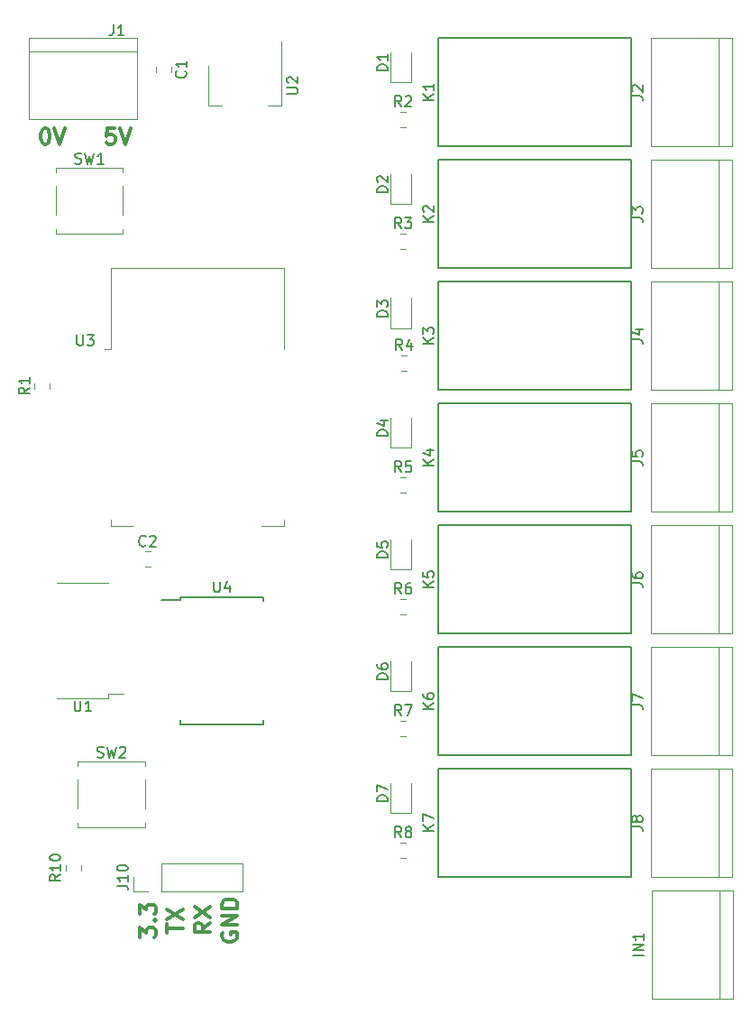
<source format=gbr>
G04 #@! TF.GenerationSoftware,KiCad,Pcbnew,5.0.1-33cea8e~68~ubuntu18.04.1*
G04 #@! TF.CreationDate,2018-11-29T08:35:32+01:00*
G04 #@! TF.ProjectId,7RelaysEtCommun,3752656C6179734574436F6D6D756E2E,rev?*
G04 #@! TF.SameCoordinates,Original*
G04 #@! TF.FileFunction,Legend,Top*
G04 #@! TF.FilePolarity,Positive*
%FSLAX46Y46*%
G04 Gerber Fmt 4.6, Leading zero omitted, Abs format (unit mm)*
G04 Created by KiCad (PCBNEW 5.0.1-33cea8e~68~ubuntu18.04.1) date jeu. 29 nov. 2018 08:35:32 CET*
%MOMM*%
%LPD*%
G01*
G04 APERTURE LIST*
%ADD10C,0.300000*%
%ADD11C,0.150000*%
%ADD12C,0.120000*%
G04 APERTURE END LIST*
D10*
X143181571Y-130095428D02*
X143181571Y-129166857D01*
X143753000Y-129666857D01*
X143753000Y-129452571D01*
X143824428Y-129309714D01*
X143895857Y-129238285D01*
X144038714Y-129166857D01*
X144395857Y-129166857D01*
X144538714Y-129238285D01*
X144610142Y-129309714D01*
X144681571Y-129452571D01*
X144681571Y-129881142D01*
X144610142Y-130024000D01*
X144538714Y-130095428D01*
X144538714Y-128524000D02*
X144610142Y-128452571D01*
X144681571Y-128524000D01*
X144610142Y-128595428D01*
X144538714Y-128524000D01*
X144681571Y-128524000D01*
X143181571Y-127952571D02*
X143181571Y-127024000D01*
X143753000Y-127524000D01*
X143753000Y-127309714D01*
X143824428Y-127166857D01*
X143895857Y-127095428D01*
X144038714Y-127024000D01*
X144395857Y-127024000D01*
X144538714Y-127095428D01*
X144610142Y-127166857D01*
X144681571Y-127309714D01*
X144681571Y-127738285D01*
X144610142Y-127881142D01*
X144538714Y-127952571D01*
X145731571Y-129666857D02*
X145731571Y-128809714D01*
X147231571Y-129238285D02*
X145731571Y-129238285D01*
X145731571Y-128452571D02*
X147231571Y-127452571D01*
X145731571Y-127452571D02*
X147231571Y-128452571D01*
X149781571Y-128774000D02*
X149067285Y-129274000D01*
X149781571Y-129631142D02*
X148281571Y-129631142D01*
X148281571Y-129059714D01*
X148353000Y-128916857D01*
X148424428Y-128845428D01*
X148567285Y-128774000D01*
X148781571Y-128774000D01*
X148924428Y-128845428D01*
X148995857Y-128916857D01*
X149067285Y-129059714D01*
X149067285Y-129631142D01*
X148281571Y-128274000D02*
X149781571Y-127274000D01*
X148281571Y-127274000D02*
X149781571Y-128274000D01*
X150903000Y-129666857D02*
X150831571Y-129809714D01*
X150831571Y-130024000D01*
X150903000Y-130238285D01*
X151045857Y-130381142D01*
X151188714Y-130452571D01*
X151474428Y-130524000D01*
X151688714Y-130524000D01*
X151974428Y-130452571D01*
X152117285Y-130381142D01*
X152260142Y-130238285D01*
X152331571Y-130024000D01*
X152331571Y-129881142D01*
X152260142Y-129666857D01*
X152188714Y-129595428D01*
X151688714Y-129595428D01*
X151688714Y-129881142D01*
X152331571Y-128952571D02*
X150831571Y-128952571D01*
X152331571Y-128095428D01*
X150831571Y-128095428D01*
X152331571Y-127381142D02*
X150831571Y-127381142D01*
X150831571Y-127024000D01*
X150903000Y-126809714D01*
X151045857Y-126666857D01*
X151188714Y-126595428D01*
X151474428Y-126524000D01*
X151688714Y-126524000D01*
X151974428Y-126595428D01*
X152117285Y-126666857D01*
X152260142Y-126809714D01*
X152331571Y-127024000D01*
X152331571Y-127381142D01*
X134214285Y-54178571D02*
X134357142Y-54178571D01*
X134500000Y-54250000D01*
X134571428Y-54321428D01*
X134642857Y-54464285D01*
X134714285Y-54750000D01*
X134714285Y-55107142D01*
X134642857Y-55392857D01*
X134571428Y-55535714D01*
X134500000Y-55607142D01*
X134357142Y-55678571D01*
X134214285Y-55678571D01*
X134071428Y-55607142D01*
X134000000Y-55535714D01*
X133928571Y-55392857D01*
X133857142Y-55107142D01*
X133857142Y-54750000D01*
X133928571Y-54464285D01*
X134000000Y-54321428D01*
X134071428Y-54250000D01*
X134214285Y-54178571D01*
X135142857Y-54178571D02*
X135642857Y-55678571D01*
X136142857Y-54178571D01*
X140785714Y-54178571D02*
X140071428Y-54178571D01*
X140000000Y-54892857D01*
X140071428Y-54821428D01*
X140214285Y-54750000D01*
X140571428Y-54750000D01*
X140714285Y-54821428D01*
X140785714Y-54892857D01*
X140857142Y-55035714D01*
X140857142Y-55392857D01*
X140785714Y-55535714D01*
X140714285Y-55607142D01*
X140571428Y-55678571D01*
X140214285Y-55678571D01*
X140071428Y-55607142D01*
X140000000Y-55535714D01*
X141285714Y-54178571D02*
X141785714Y-55678571D01*
X142285714Y-54178571D01*
D11*
G04 #@! TO.C,K7*
X171140000Y-114280000D02*
X189340000Y-114280000D01*
X189340000Y-114280000D02*
X189340000Y-124480000D01*
X189340000Y-124480000D02*
X171140000Y-124480000D01*
X171140000Y-124480000D02*
X171140000Y-114280000D01*
D12*
G04 #@! TO.C,U1*
X140195000Y-107635000D02*
X140195000Y-107235000D01*
X140195000Y-107235000D02*
X141595000Y-107235000D01*
X140195000Y-107635000D02*
X135395000Y-107635000D01*
X140195000Y-96835000D02*
X135395000Y-96835000D01*
G04 #@! TO.C,D1*
X166680000Y-47015000D02*
X166680000Y-49875000D01*
X166680000Y-49875000D02*
X168600000Y-49875000D01*
X168600000Y-49875000D02*
X168600000Y-47015000D01*
G04 #@! TO.C,D2*
X168600000Y-61305000D02*
X168600000Y-58445000D01*
X166680000Y-61305000D02*
X168600000Y-61305000D01*
X166680000Y-58445000D02*
X166680000Y-61305000D01*
G04 #@! TO.C,D3*
X168600000Y-72980000D02*
X168600000Y-70120000D01*
X166680000Y-72980000D02*
X168600000Y-72980000D01*
X166680000Y-70120000D02*
X166680000Y-72980000D01*
G04 #@! TO.C,D4*
X166680000Y-81305000D02*
X166680000Y-84165000D01*
X166680000Y-84165000D02*
X168600000Y-84165000D01*
X168600000Y-84165000D02*
X168600000Y-81305000D01*
G04 #@! TO.C,D5*
X168600000Y-95595000D02*
X168600000Y-92735000D01*
X166680000Y-95595000D02*
X168600000Y-95595000D01*
X166680000Y-92735000D02*
X166680000Y-95595000D01*
G04 #@! TO.C,D6*
X166680000Y-104165000D02*
X166680000Y-107025000D01*
X166680000Y-107025000D02*
X168600000Y-107025000D01*
X168600000Y-107025000D02*
X168600000Y-104165000D01*
G04 #@! TO.C,D7*
X168600000Y-118455000D02*
X168600000Y-115595000D01*
X166680000Y-118455000D02*
X168600000Y-118455000D01*
X166680000Y-115595000D02*
X166680000Y-118455000D01*
G04 #@! TO.C,J1*
X132715000Y-46990000D02*
X142875000Y-46990000D01*
X132715000Y-45720000D02*
X132715000Y-53340000D01*
X132715000Y-53340000D02*
X142875000Y-53340000D01*
X142875000Y-53340000D02*
X142875000Y-45720000D01*
X142875000Y-45720000D02*
X132715000Y-45720000D01*
G04 #@! TO.C,J2*
X197540000Y-45720000D02*
X197540000Y-55880000D01*
X198810000Y-45720000D02*
X191190000Y-45720000D01*
X191190000Y-45720000D02*
X191190000Y-55880000D01*
X191190000Y-55880000D02*
X198810000Y-55880000D01*
X198810000Y-55880000D02*
X198810000Y-45720000D01*
G04 #@! TO.C,J3*
X198810000Y-67310000D02*
X198810000Y-57150000D01*
X191190000Y-67310000D02*
X198810000Y-67310000D01*
X191190000Y-57150000D02*
X191190000Y-67310000D01*
X198810000Y-57150000D02*
X191190000Y-57150000D01*
X197540000Y-57150000D02*
X197540000Y-67310000D01*
G04 #@! TO.C,J4*
X197540000Y-68580000D02*
X197540000Y-78740000D01*
X198810000Y-68580000D02*
X191190000Y-68580000D01*
X191190000Y-68580000D02*
X191190000Y-78740000D01*
X191190000Y-78740000D02*
X198810000Y-78740000D01*
X198810000Y-78740000D02*
X198810000Y-68580000D01*
G04 #@! TO.C,J5*
X198810000Y-90170000D02*
X198810000Y-80010000D01*
X191190000Y-90170000D02*
X198810000Y-90170000D01*
X191190000Y-80010000D02*
X191190000Y-90170000D01*
X198810000Y-80010000D02*
X191190000Y-80010000D01*
X197540000Y-80010000D02*
X197540000Y-90170000D01*
G04 #@! TO.C,J6*
X197540000Y-91440000D02*
X197540000Y-101600000D01*
X198810000Y-91440000D02*
X191190000Y-91440000D01*
X191190000Y-91440000D02*
X191190000Y-101600000D01*
X191190000Y-101600000D02*
X198810000Y-101600000D01*
X198810000Y-101600000D02*
X198810000Y-91440000D01*
G04 #@! TO.C,J7*
X198810000Y-113030000D02*
X198810000Y-102870000D01*
X191190000Y-113030000D02*
X198810000Y-113030000D01*
X191190000Y-102870000D02*
X191190000Y-113030000D01*
X198810000Y-102870000D02*
X191190000Y-102870000D01*
X197540000Y-102870000D02*
X197540000Y-113030000D01*
G04 #@! TO.C,J8*
X197540000Y-114300000D02*
X197540000Y-124460000D01*
X198810000Y-114300000D02*
X191190000Y-114300000D01*
X191190000Y-114300000D02*
X191190000Y-124460000D01*
X191190000Y-124460000D02*
X198810000Y-124460000D01*
X198810000Y-124460000D02*
X198810000Y-114300000D01*
D11*
G04 #@! TO.C,K1*
X171140000Y-55900000D02*
X171140000Y-45700000D01*
X189340000Y-55900000D02*
X171140000Y-55900000D01*
X189340000Y-45700000D02*
X189340000Y-55900000D01*
X171140000Y-45700000D02*
X189340000Y-45700000D01*
G04 #@! TO.C,K2*
X171140000Y-57130000D02*
X189340000Y-57130000D01*
X189340000Y-57130000D02*
X189340000Y-67330000D01*
X189340000Y-67330000D02*
X171140000Y-67330000D01*
X171140000Y-67330000D02*
X171140000Y-57130000D01*
G04 #@! TO.C,K3*
X171140000Y-78760000D02*
X171140000Y-68560000D01*
X189340000Y-78760000D02*
X171140000Y-78760000D01*
X189340000Y-68560000D02*
X189340000Y-78760000D01*
X171140000Y-68560000D02*
X189340000Y-68560000D01*
G04 #@! TO.C,K4*
X171140000Y-79990000D02*
X189340000Y-79990000D01*
X189340000Y-79990000D02*
X189340000Y-90190000D01*
X189340000Y-90190000D02*
X171140000Y-90190000D01*
X171140000Y-90190000D02*
X171140000Y-79990000D01*
G04 #@! TO.C,K5*
X171140000Y-91420000D02*
X189340000Y-91420000D01*
X189340000Y-91420000D02*
X189340000Y-101620000D01*
X189340000Y-101620000D02*
X171140000Y-101620000D01*
X171140000Y-101620000D02*
X171140000Y-91420000D01*
G04 #@! TO.C,K6*
X171140000Y-113050000D02*
X171140000Y-102850000D01*
X189340000Y-113050000D02*
X171140000Y-113050000D01*
X189340000Y-102850000D02*
X189340000Y-113050000D01*
X171140000Y-102850000D02*
X189340000Y-102850000D01*
D12*
G04 #@! TO.C,R1*
X134695000Y-78611252D02*
X134695000Y-78088748D01*
X133275000Y-78611252D02*
X133275000Y-78088748D01*
G04 #@! TO.C,R2*
X167623748Y-54050000D02*
X168146252Y-54050000D01*
X167623748Y-52630000D02*
X168146252Y-52630000D01*
G04 #@! TO.C,R3*
X167623748Y-64060000D02*
X168146252Y-64060000D01*
X167623748Y-65480000D02*
X168146252Y-65480000D01*
G04 #@! TO.C,R4*
X167713748Y-75490000D02*
X168236252Y-75490000D01*
X167713748Y-76910000D02*
X168236252Y-76910000D01*
G04 #@! TO.C,R5*
X167623748Y-88340000D02*
X168146252Y-88340000D01*
X167623748Y-86920000D02*
X168146252Y-86920000D01*
G04 #@! TO.C,R6*
X167623748Y-98350000D02*
X168146252Y-98350000D01*
X167623748Y-99770000D02*
X168146252Y-99770000D01*
G04 #@! TO.C,R7*
X167623748Y-109780000D02*
X168146252Y-109780000D01*
X167623748Y-111200000D02*
X168146252Y-111200000D01*
G04 #@! TO.C,R8*
X167623748Y-122630000D02*
X168146252Y-122630000D01*
X167623748Y-121210000D02*
X168146252Y-121210000D01*
G04 #@! TO.C,SW1*
X135280000Y-63610000D02*
X135280000Y-64060000D01*
X135280000Y-64060000D02*
X141580000Y-64060000D01*
X141580000Y-64060000D02*
X141580000Y-63660000D01*
X135280000Y-62310000D02*
X135280000Y-59610000D01*
X141580000Y-59610000D02*
X141580000Y-62310000D01*
X135280000Y-57860000D02*
X141580000Y-57860000D01*
X141580000Y-57860000D02*
X141580000Y-58310000D01*
X135280000Y-58310000D02*
X135280000Y-57860000D01*
G04 #@! TO.C,U2*
X149625000Y-52075000D02*
X150885000Y-52075000D01*
X156445000Y-52075000D02*
X155185000Y-52075000D01*
X149625000Y-48315000D02*
X149625000Y-52075000D01*
X156445000Y-46065000D02*
X156445000Y-52075000D01*
G04 #@! TO.C,U3*
X140470000Y-67255000D02*
X156710000Y-67255000D01*
X156710000Y-67255000D02*
X156710000Y-74875000D01*
X156710000Y-90875000D02*
X156710000Y-91495000D01*
X156710000Y-91495000D02*
X154590000Y-91495000D01*
X142590000Y-91495000D02*
X140470000Y-91495000D01*
X140470000Y-91495000D02*
X140470000Y-90875000D01*
X140470000Y-74875000D02*
X140470000Y-67255000D01*
X140470000Y-74875000D02*
X139860000Y-74875000D01*
D11*
G04 #@! TO.C,U4*
X147000000Y-98190000D02*
X147000000Y-98440000D01*
X154750000Y-98190000D02*
X154750000Y-98535000D01*
X154750000Y-110090000D02*
X154750000Y-109745000D01*
X147000000Y-110090000D02*
X147000000Y-109745000D01*
X147000000Y-98190000D02*
X154750000Y-98190000D01*
X147000000Y-110090000D02*
X154750000Y-110090000D01*
X147000000Y-98440000D02*
X145175000Y-98440000D01*
D12*
G04 #@! TO.C,C1*
X146125000Y-48388748D02*
X146125000Y-48911252D01*
X144705000Y-48388748D02*
X144705000Y-48911252D01*
G04 #@! TO.C,C2*
X143620748Y-95325000D02*
X144143252Y-95325000D01*
X143620748Y-93905000D02*
X144143252Y-93905000D01*
G04 #@! TO.C,J10*
X152841000Y-125790000D02*
X152841000Y-123130000D01*
X145161000Y-125790000D02*
X152841000Y-125790000D01*
X145161000Y-123130000D02*
X152841000Y-123130000D01*
X145161000Y-125790000D02*
X145161000Y-123130000D01*
X143891000Y-125790000D02*
X142561000Y-125790000D01*
X142561000Y-125790000D02*
X142561000Y-124460000D01*
G04 #@! TO.C,R10*
X136196000Y-123841252D02*
X136196000Y-123318748D01*
X137616000Y-123841252D02*
X137616000Y-123318748D01*
G04 #@! TO.C,SW2*
X137353000Y-119331000D02*
X137353000Y-119781000D01*
X137353000Y-119781000D02*
X143653000Y-119781000D01*
X143653000Y-119781000D02*
X143653000Y-119381000D01*
X137353000Y-118031000D02*
X137353000Y-115331000D01*
X143653000Y-115331000D02*
X143653000Y-118031000D01*
X137353000Y-113581000D02*
X143653000Y-113581000D01*
X143653000Y-113581000D02*
X143653000Y-114031000D01*
X137353000Y-114031000D02*
X137353000Y-113581000D01*
G04 #@! TO.C,IN1*
X197612000Y-125730000D02*
X197612000Y-135890000D01*
X198882000Y-125730000D02*
X191262000Y-125730000D01*
X191262000Y-125730000D02*
X191262000Y-135890000D01*
X191262000Y-135890000D02*
X198882000Y-135890000D01*
X198882000Y-135890000D02*
X198882000Y-125730000D01*
G04 #@! TO.C,K7*
D11*
X170759380Y-120118095D02*
X169759380Y-120118095D01*
X170759380Y-119546666D02*
X170187952Y-119975238D01*
X169759380Y-119546666D02*
X170330809Y-120118095D01*
X169759380Y-119213333D02*
X169759380Y-118546666D01*
X170759380Y-118975238D01*
G04 #@! TO.C,U1*
X137033095Y-107887380D02*
X137033095Y-108696904D01*
X137080714Y-108792142D01*
X137128333Y-108839761D01*
X137223571Y-108887380D01*
X137414047Y-108887380D01*
X137509285Y-108839761D01*
X137556904Y-108792142D01*
X137604523Y-108696904D01*
X137604523Y-107887380D01*
X138604523Y-108887380D02*
X138033095Y-108887380D01*
X138318809Y-108887380D02*
X138318809Y-107887380D01*
X138223571Y-108030238D01*
X138128333Y-108125476D01*
X138033095Y-108173095D01*
G04 #@! TO.C,D1*
X166442380Y-48753095D02*
X165442380Y-48753095D01*
X165442380Y-48515000D01*
X165490000Y-48372142D01*
X165585238Y-48276904D01*
X165680476Y-48229285D01*
X165870952Y-48181666D01*
X166013809Y-48181666D01*
X166204285Y-48229285D01*
X166299523Y-48276904D01*
X166394761Y-48372142D01*
X166442380Y-48515000D01*
X166442380Y-48753095D01*
X166442380Y-47229285D02*
X166442380Y-47800714D01*
X166442380Y-47515000D02*
X165442380Y-47515000D01*
X165585238Y-47610238D01*
X165680476Y-47705476D01*
X165728095Y-47800714D01*
G04 #@! TO.C,D2*
X166442380Y-60183095D02*
X165442380Y-60183095D01*
X165442380Y-59945000D01*
X165490000Y-59802142D01*
X165585238Y-59706904D01*
X165680476Y-59659285D01*
X165870952Y-59611666D01*
X166013809Y-59611666D01*
X166204285Y-59659285D01*
X166299523Y-59706904D01*
X166394761Y-59802142D01*
X166442380Y-59945000D01*
X166442380Y-60183095D01*
X165537619Y-59230714D02*
X165490000Y-59183095D01*
X165442380Y-59087857D01*
X165442380Y-58849761D01*
X165490000Y-58754523D01*
X165537619Y-58706904D01*
X165632857Y-58659285D01*
X165728095Y-58659285D01*
X165870952Y-58706904D01*
X166442380Y-59278333D01*
X166442380Y-58659285D01*
G04 #@! TO.C,D3*
X166442380Y-71858095D02*
X165442380Y-71858095D01*
X165442380Y-71620000D01*
X165490000Y-71477142D01*
X165585238Y-71381904D01*
X165680476Y-71334285D01*
X165870952Y-71286666D01*
X166013809Y-71286666D01*
X166204285Y-71334285D01*
X166299523Y-71381904D01*
X166394761Y-71477142D01*
X166442380Y-71620000D01*
X166442380Y-71858095D01*
X165442380Y-70953333D02*
X165442380Y-70334285D01*
X165823333Y-70667619D01*
X165823333Y-70524761D01*
X165870952Y-70429523D01*
X165918571Y-70381904D01*
X166013809Y-70334285D01*
X166251904Y-70334285D01*
X166347142Y-70381904D01*
X166394761Y-70429523D01*
X166442380Y-70524761D01*
X166442380Y-70810476D01*
X166394761Y-70905714D01*
X166347142Y-70953333D01*
G04 #@! TO.C,D4*
X166442380Y-83043095D02*
X165442380Y-83043095D01*
X165442380Y-82805000D01*
X165490000Y-82662142D01*
X165585238Y-82566904D01*
X165680476Y-82519285D01*
X165870952Y-82471666D01*
X166013809Y-82471666D01*
X166204285Y-82519285D01*
X166299523Y-82566904D01*
X166394761Y-82662142D01*
X166442380Y-82805000D01*
X166442380Y-83043095D01*
X165775714Y-81614523D02*
X166442380Y-81614523D01*
X165394761Y-81852619D02*
X166109047Y-82090714D01*
X166109047Y-81471666D01*
G04 #@! TO.C,D5*
X166442380Y-94473095D02*
X165442380Y-94473095D01*
X165442380Y-94235000D01*
X165490000Y-94092142D01*
X165585238Y-93996904D01*
X165680476Y-93949285D01*
X165870952Y-93901666D01*
X166013809Y-93901666D01*
X166204285Y-93949285D01*
X166299523Y-93996904D01*
X166394761Y-94092142D01*
X166442380Y-94235000D01*
X166442380Y-94473095D01*
X165442380Y-92996904D02*
X165442380Y-93473095D01*
X165918571Y-93520714D01*
X165870952Y-93473095D01*
X165823333Y-93377857D01*
X165823333Y-93139761D01*
X165870952Y-93044523D01*
X165918571Y-92996904D01*
X166013809Y-92949285D01*
X166251904Y-92949285D01*
X166347142Y-92996904D01*
X166394761Y-93044523D01*
X166442380Y-93139761D01*
X166442380Y-93377857D01*
X166394761Y-93473095D01*
X166347142Y-93520714D01*
G04 #@! TO.C,D6*
X166442380Y-105903095D02*
X165442380Y-105903095D01*
X165442380Y-105665000D01*
X165490000Y-105522142D01*
X165585238Y-105426904D01*
X165680476Y-105379285D01*
X165870952Y-105331666D01*
X166013809Y-105331666D01*
X166204285Y-105379285D01*
X166299523Y-105426904D01*
X166394761Y-105522142D01*
X166442380Y-105665000D01*
X166442380Y-105903095D01*
X165442380Y-104474523D02*
X165442380Y-104665000D01*
X165490000Y-104760238D01*
X165537619Y-104807857D01*
X165680476Y-104903095D01*
X165870952Y-104950714D01*
X166251904Y-104950714D01*
X166347142Y-104903095D01*
X166394761Y-104855476D01*
X166442380Y-104760238D01*
X166442380Y-104569761D01*
X166394761Y-104474523D01*
X166347142Y-104426904D01*
X166251904Y-104379285D01*
X166013809Y-104379285D01*
X165918571Y-104426904D01*
X165870952Y-104474523D01*
X165823333Y-104569761D01*
X165823333Y-104760238D01*
X165870952Y-104855476D01*
X165918571Y-104903095D01*
X166013809Y-104950714D01*
G04 #@! TO.C,D7*
X166442380Y-117333095D02*
X165442380Y-117333095D01*
X165442380Y-117095000D01*
X165490000Y-116952142D01*
X165585238Y-116856904D01*
X165680476Y-116809285D01*
X165870952Y-116761666D01*
X166013809Y-116761666D01*
X166204285Y-116809285D01*
X166299523Y-116856904D01*
X166394761Y-116952142D01*
X166442380Y-117095000D01*
X166442380Y-117333095D01*
X165442380Y-116428333D02*
X165442380Y-115761666D01*
X166442380Y-116190238D01*
G04 #@! TO.C,J1*
X140666666Y-44452380D02*
X140666666Y-45166666D01*
X140619047Y-45309523D01*
X140523809Y-45404761D01*
X140380952Y-45452380D01*
X140285714Y-45452380D01*
X141666666Y-45452380D02*
X141095238Y-45452380D01*
X141380952Y-45452380D02*
X141380952Y-44452380D01*
X141285714Y-44595238D01*
X141190476Y-44690476D01*
X141095238Y-44738095D01*
G04 #@! TO.C,J2*
X189372380Y-51133333D02*
X190086666Y-51133333D01*
X190229523Y-51180952D01*
X190324761Y-51276190D01*
X190372380Y-51419047D01*
X190372380Y-51514285D01*
X189467619Y-50704761D02*
X189420000Y-50657142D01*
X189372380Y-50561904D01*
X189372380Y-50323809D01*
X189420000Y-50228571D01*
X189467619Y-50180952D01*
X189562857Y-50133333D01*
X189658095Y-50133333D01*
X189800952Y-50180952D01*
X190372380Y-50752380D01*
X190372380Y-50133333D01*
G04 #@! TO.C,J3*
X189372380Y-62563333D02*
X190086666Y-62563333D01*
X190229523Y-62610952D01*
X190324761Y-62706190D01*
X190372380Y-62849047D01*
X190372380Y-62944285D01*
X189372380Y-62182380D02*
X189372380Y-61563333D01*
X189753333Y-61896666D01*
X189753333Y-61753809D01*
X189800952Y-61658571D01*
X189848571Y-61610952D01*
X189943809Y-61563333D01*
X190181904Y-61563333D01*
X190277142Y-61610952D01*
X190324761Y-61658571D01*
X190372380Y-61753809D01*
X190372380Y-62039523D01*
X190324761Y-62134761D01*
X190277142Y-62182380D01*
G04 #@! TO.C,J4*
X189372380Y-73993333D02*
X190086666Y-73993333D01*
X190229523Y-74040952D01*
X190324761Y-74136190D01*
X190372380Y-74279047D01*
X190372380Y-74374285D01*
X189705714Y-73088571D02*
X190372380Y-73088571D01*
X189324761Y-73326666D02*
X190039047Y-73564761D01*
X190039047Y-72945714D01*
G04 #@! TO.C,J5*
X189372380Y-85423333D02*
X190086666Y-85423333D01*
X190229523Y-85470952D01*
X190324761Y-85566190D01*
X190372380Y-85709047D01*
X190372380Y-85804285D01*
X189372380Y-84470952D02*
X189372380Y-84947142D01*
X189848571Y-84994761D01*
X189800952Y-84947142D01*
X189753333Y-84851904D01*
X189753333Y-84613809D01*
X189800952Y-84518571D01*
X189848571Y-84470952D01*
X189943809Y-84423333D01*
X190181904Y-84423333D01*
X190277142Y-84470952D01*
X190324761Y-84518571D01*
X190372380Y-84613809D01*
X190372380Y-84851904D01*
X190324761Y-84947142D01*
X190277142Y-84994761D01*
G04 #@! TO.C,J6*
X189372380Y-96853333D02*
X190086666Y-96853333D01*
X190229523Y-96900952D01*
X190324761Y-96996190D01*
X190372380Y-97139047D01*
X190372380Y-97234285D01*
X189372380Y-95948571D02*
X189372380Y-96139047D01*
X189420000Y-96234285D01*
X189467619Y-96281904D01*
X189610476Y-96377142D01*
X189800952Y-96424761D01*
X190181904Y-96424761D01*
X190277142Y-96377142D01*
X190324761Y-96329523D01*
X190372380Y-96234285D01*
X190372380Y-96043809D01*
X190324761Y-95948571D01*
X190277142Y-95900952D01*
X190181904Y-95853333D01*
X189943809Y-95853333D01*
X189848571Y-95900952D01*
X189800952Y-95948571D01*
X189753333Y-96043809D01*
X189753333Y-96234285D01*
X189800952Y-96329523D01*
X189848571Y-96377142D01*
X189943809Y-96424761D01*
G04 #@! TO.C,J7*
X189372380Y-108283333D02*
X190086666Y-108283333D01*
X190229523Y-108330952D01*
X190324761Y-108426190D01*
X190372380Y-108569047D01*
X190372380Y-108664285D01*
X189372380Y-107902380D02*
X189372380Y-107235714D01*
X190372380Y-107664285D01*
G04 #@! TO.C,J8*
X189372380Y-119713333D02*
X190086666Y-119713333D01*
X190229523Y-119760952D01*
X190324761Y-119856190D01*
X190372380Y-119999047D01*
X190372380Y-120094285D01*
X189800952Y-119094285D02*
X189753333Y-119189523D01*
X189705714Y-119237142D01*
X189610476Y-119284761D01*
X189562857Y-119284761D01*
X189467619Y-119237142D01*
X189420000Y-119189523D01*
X189372380Y-119094285D01*
X189372380Y-118903809D01*
X189420000Y-118808571D01*
X189467619Y-118760952D01*
X189562857Y-118713333D01*
X189610476Y-118713333D01*
X189705714Y-118760952D01*
X189753333Y-118808571D01*
X189800952Y-118903809D01*
X189800952Y-119094285D01*
X189848571Y-119189523D01*
X189896190Y-119237142D01*
X189991428Y-119284761D01*
X190181904Y-119284761D01*
X190277142Y-119237142D01*
X190324761Y-119189523D01*
X190372380Y-119094285D01*
X190372380Y-118903809D01*
X190324761Y-118808571D01*
X190277142Y-118760952D01*
X190181904Y-118713333D01*
X189991428Y-118713333D01*
X189896190Y-118760952D01*
X189848571Y-118808571D01*
X189800952Y-118903809D01*
G04 #@! TO.C,K1*
X170759380Y-51538095D02*
X169759380Y-51538095D01*
X170759380Y-50966666D02*
X170187952Y-51395238D01*
X169759380Y-50966666D02*
X170330809Y-51538095D01*
X170759380Y-50014285D02*
X170759380Y-50585714D01*
X170759380Y-50300000D02*
X169759380Y-50300000D01*
X169902238Y-50395238D01*
X169997476Y-50490476D01*
X170045095Y-50585714D01*
G04 #@! TO.C,K2*
X170759380Y-62968095D02*
X169759380Y-62968095D01*
X170759380Y-62396666D02*
X170187952Y-62825238D01*
X169759380Y-62396666D02*
X170330809Y-62968095D01*
X169854619Y-62015714D02*
X169807000Y-61968095D01*
X169759380Y-61872857D01*
X169759380Y-61634761D01*
X169807000Y-61539523D01*
X169854619Y-61491904D01*
X169949857Y-61444285D01*
X170045095Y-61444285D01*
X170187952Y-61491904D01*
X170759380Y-62063333D01*
X170759380Y-61444285D01*
G04 #@! TO.C,K3*
X170759380Y-74398095D02*
X169759380Y-74398095D01*
X170759380Y-73826666D02*
X170187952Y-74255238D01*
X169759380Y-73826666D02*
X170330809Y-74398095D01*
X169759380Y-73493333D02*
X169759380Y-72874285D01*
X170140333Y-73207619D01*
X170140333Y-73064761D01*
X170187952Y-72969523D01*
X170235571Y-72921904D01*
X170330809Y-72874285D01*
X170568904Y-72874285D01*
X170664142Y-72921904D01*
X170711761Y-72969523D01*
X170759380Y-73064761D01*
X170759380Y-73350476D01*
X170711761Y-73445714D01*
X170664142Y-73493333D01*
G04 #@! TO.C,K4*
X170759380Y-85828095D02*
X169759380Y-85828095D01*
X170759380Y-85256666D02*
X170187952Y-85685238D01*
X169759380Y-85256666D02*
X170330809Y-85828095D01*
X170092714Y-84399523D02*
X170759380Y-84399523D01*
X169711761Y-84637619D02*
X170426047Y-84875714D01*
X170426047Y-84256666D01*
G04 #@! TO.C,K5*
X170759380Y-97258095D02*
X169759380Y-97258095D01*
X170759380Y-96686666D02*
X170187952Y-97115238D01*
X169759380Y-96686666D02*
X170330809Y-97258095D01*
X169759380Y-95781904D02*
X169759380Y-96258095D01*
X170235571Y-96305714D01*
X170187952Y-96258095D01*
X170140333Y-96162857D01*
X170140333Y-95924761D01*
X170187952Y-95829523D01*
X170235571Y-95781904D01*
X170330809Y-95734285D01*
X170568904Y-95734285D01*
X170664142Y-95781904D01*
X170711761Y-95829523D01*
X170759380Y-95924761D01*
X170759380Y-96162857D01*
X170711761Y-96258095D01*
X170664142Y-96305714D01*
G04 #@! TO.C,K6*
X170759380Y-108688095D02*
X169759380Y-108688095D01*
X170759380Y-108116666D02*
X170187952Y-108545238D01*
X169759380Y-108116666D02*
X170330809Y-108688095D01*
X169759380Y-107259523D02*
X169759380Y-107450000D01*
X169807000Y-107545238D01*
X169854619Y-107592857D01*
X169997476Y-107688095D01*
X170187952Y-107735714D01*
X170568904Y-107735714D01*
X170664142Y-107688095D01*
X170711761Y-107640476D01*
X170759380Y-107545238D01*
X170759380Y-107354761D01*
X170711761Y-107259523D01*
X170664142Y-107211904D01*
X170568904Y-107164285D01*
X170330809Y-107164285D01*
X170235571Y-107211904D01*
X170187952Y-107259523D01*
X170140333Y-107354761D01*
X170140333Y-107545238D01*
X170187952Y-107640476D01*
X170235571Y-107688095D01*
X170330809Y-107735714D01*
G04 #@! TO.C,R1*
X132787380Y-78516666D02*
X132311190Y-78850000D01*
X132787380Y-79088095D02*
X131787380Y-79088095D01*
X131787380Y-78707142D01*
X131835000Y-78611904D01*
X131882619Y-78564285D01*
X131977857Y-78516666D01*
X132120714Y-78516666D01*
X132215952Y-78564285D01*
X132263571Y-78611904D01*
X132311190Y-78707142D01*
X132311190Y-79088095D01*
X132787380Y-77564285D02*
X132787380Y-78135714D01*
X132787380Y-77850000D02*
X131787380Y-77850000D01*
X131930238Y-77945238D01*
X132025476Y-78040476D01*
X132073095Y-78135714D01*
G04 #@! TO.C,R2*
X167718333Y-52142380D02*
X167385000Y-51666190D01*
X167146904Y-52142380D02*
X167146904Y-51142380D01*
X167527857Y-51142380D01*
X167623095Y-51190000D01*
X167670714Y-51237619D01*
X167718333Y-51332857D01*
X167718333Y-51475714D01*
X167670714Y-51570952D01*
X167623095Y-51618571D01*
X167527857Y-51666190D01*
X167146904Y-51666190D01*
X168099285Y-51237619D02*
X168146904Y-51190000D01*
X168242142Y-51142380D01*
X168480238Y-51142380D01*
X168575476Y-51190000D01*
X168623095Y-51237619D01*
X168670714Y-51332857D01*
X168670714Y-51428095D01*
X168623095Y-51570952D01*
X168051666Y-52142380D01*
X168670714Y-52142380D01*
G04 #@! TO.C,R3*
X167718333Y-63572380D02*
X167385000Y-63096190D01*
X167146904Y-63572380D02*
X167146904Y-62572380D01*
X167527857Y-62572380D01*
X167623095Y-62620000D01*
X167670714Y-62667619D01*
X167718333Y-62762857D01*
X167718333Y-62905714D01*
X167670714Y-63000952D01*
X167623095Y-63048571D01*
X167527857Y-63096190D01*
X167146904Y-63096190D01*
X168051666Y-62572380D02*
X168670714Y-62572380D01*
X168337380Y-62953333D01*
X168480238Y-62953333D01*
X168575476Y-63000952D01*
X168623095Y-63048571D01*
X168670714Y-63143809D01*
X168670714Y-63381904D01*
X168623095Y-63477142D01*
X168575476Y-63524761D01*
X168480238Y-63572380D01*
X168194523Y-63572380D01*
X168099285Y-63524761D01*
X168051666Y-63477142D01*
G04 #@! TO.C,R4*
X167808333Y-75002380D02*
X167475000Y-74526190D01*
X167236904Y-75002380D02*
X167236904Y-74002380D01*
X167617857Y-74002380D01*
X167713095Y-74050000D01*
X167760714Y-74097619D01*
X167808333Y-74192857D01*
X167808333Y-74335714D01*
X167760714Y-74430952D01*
X167713095Y-74478571D01*
X167617857Y-74526190D01*
X167236904Y-74526190D01*
X168665476Y-74335714D02*
X168665476Y-75002380D01*
X168427380Y-73954761D02*
X168189285Y-74669047D01*
X168808333Y-74669047D01*
G04 #@! TO.C,R5*
X167718333Y-86432380D02*
X167385000Y-85956190D01*
X167146904Y-86432380D02*
X167146904Y-85432380D01*
X167527857Y-85432380D01*
X167623095Y-85480000D01*
X167670714Y-85527619D01*
X167718333Y-85622857D01*
X167718333Y-85765714D01*
X167670714Y-85860952D01*
X167623095Y-85908571D01*
X167527857Y-85956190D01*
X167146904Y-85956190D01*
X168623095Y-85432380D02*
X168146904Y-85432380D01*
X168099285Y-85908571D01*
X168146904Y-85860952D01*
X168242142Y-85813333D01*
X168480238Y-85813333D01*
X168575476Y-85860952D01*
X168623095Y-85908571D01*
X168670714Y-86003809D01*
X168670714Y-86241904D01*
X168623095Y-86337142D01*
X168575476Y-86384761D01*
X168480238Y-86432380D01*
X168242142Y-86432380D01*
X168146904Y-86384761D01*
X168099285Y-86337142D01*
G04 #@! TO.C,R6*
X167718333Y-97862380D02*
X167385000Y-97386190D01*
X167146904Y-97862380D02*
X167146904Y-96862380D01*
X167527857Y-96862380D01*
X167623095Y-96910000D01*
X167670714Y-96957619D01*
X167718333Y-97052857D01*
X167718333Y-97195714D01*
X167670714Y-97290952D01*
X167623095Y-97338571D01*
X167527857Y-97386190D01*
X167146904Y-97386190D01*
X168575476Y-96862380D02*
X168385000Y-96862380D01*
X168289761Y-96910000D01*
X168242142Y-96957619D01*
X168146904Y-97100476D01*
X168099285Y-97290952D01*
X168099285Y-97671904D01*
X168146904Y-97767142D01*
X168194523Y-97814761D01*
X168289761Y-97862380D01*
X168480238Y-97862380D01*
X168575476Y-97814761D01*
X168623095Y-97767142D01*
X168670714Y-97671904D01*
X168670714Y-97433809D01*
X168623095Y-97338571D01*
X168575476Y-97290952D01*
X168480238Y-97243333D01*
X168289761Y-97243333D01*
X168194523Y-97290952D01*
X168146904Y-97338571D01*
X168099285Y-97433809D01*
G04 #@! TO.C,R7*
X167718333Y-109292380D02*
X167385000Y-108816190D01*
X167146904Y-109292380D02*
X167146904Y-108292380D01*
X167527857Y-108292380D01*
X167623095Y-108340000D01*
X167670714Y-108387619D01*
X167718333Y-108482857D01*
X167718333Y-108625714D01*
X167670714Y-108720952D01*
X167623095Y-108768571D01*
X167527857Y-108816190D01*
X167146904Y-108816190D01*
X168051666Y-108292380D02*
X168718333Y-108292380D01*
X168289761Y-109292380D01*
G04 #@! TO.C,R8*
X167718333Y-120722380D02*
X167385000Y-120246190D01*
X167146904Y-120722380D02*
X167146904Y-119722380D01*
X167527857Y-119722380D01*
X167623095Y-119770000D01*
X167670714Y-119817619D01*
X167718333Y-119912857D01*
X167718333Y-120055714D01*
X167670714Y-120150952D01*
X167623095Y-120198571D01*
X167527857Y-120246190D01*
X167146904Y-120246190D01*
X168289761Y-120150952D02*
X168194523Y-120103333D01*
X168146904Y-120055714D01*
X168099285Y-119960476D01*
X168099285Y-119912857D01*
X168146904Y-119817619D01*
X168194523Y-119770000D01*
X168289761Y-119722380D01*
X168480238Y-119722380D01*
X168575476Y-119770000D01*
X168623095Y-119817619D01*
X168670714Y-119912857D01*
X168670714Y-119960476D01*
X168623095Y-120055714D01*
X168575476Y-120103333D01*
X168480238Y-120150952D01*
X168289761Y-120150952D01*
X168194523Y-120198571D01*
X168146904Y-120246190D01*
X168099285Y-120341428D01*
X168099285Y-120531904D01*
X168146904Y-120627142D01*
X168194523Y-120674761D01*
X168289761Y-120722380D01*
X168480238Y-120722380D01*
X168575476Y-120674761D01*
X168623095Y-120627142D01*
X168670714Y-120531904D01*
X168670714Y-120341428D01*
X168623095Y-120246190D01*
X168575476Y-120198571D01*
X168480238Y-120150952D01*
G04 #@! TO.C,SW1*
X137096666Y-57464761D02*
X137239523Y-57512380D01*
X137477619Y-57512380D01*
X137572857Y-57464761D01*
X137620476Y-57417142D01*
X137668095Y-57321904D01*
X137668095Y-57226666D01*
X137620476Y-57131428D01*
X137572857Y-57083809D01*
X137477619Y-57036190D01*
X137287142Y-56988571D01*
X137191904Y-56940952D01*
X137144285Y-56893333D01*
X137096666Y-56798095D01*
X137096666Y-56702857D01*
X137144285Y-56607619D01*
X137191904Y-56560000D01*
X137287142Y-56512380D01*
X137525238Y-56512380D01*
X137668095Y-56560000D01*
X138001428Y-56512380D02*
X138239523Y-57512380D01*
X138430000Y-56798095D01*
X138620476Y-57512380D01*
X138858571Y-56512380D01*
X139763333Y-57512380D02*
X139191904Y-57512380D01*
X139477619Y-57512380D02*
X139477619Y-56512380D01*
X139382380Y-56655238D01*
X139287142Y-56750476D01*
X139191904Y-56798095D01*
G04 #@! TO.C,U2*
X156987380Y-50926904D02*
X157796904Y-50926904D01*
X157892142Y-50879285D01*
X157939761Y-50831666D01*
X157987380Y-50736428D01*
X157987380Y-50545952D01*
X157939761Y-50450714D01*
X157892142Y-50403095D01*
X157796904Y-50355476D01*
X156987380Y-50355476D01*
X157082619Y-49926904D02*
X157035000Y-49879285D01*
X156987380Y-49784047D01*
X156987380Y-49545952D01*
X157035000Y-49450714D01*
X157082619Y-49403095D01*
X157177857Y-49355476D01*
X157273095Y-49355476D01*
X157415952Y-49403095D01*
X157987380Y-49974523D01*
X157987380Y-49355476D01*
G04 #@! TO.C,U3*
X137268095Y-73567380D02*
X137268095Y-74376904D01*
X137315714Y-74472142D01*
X137363333Y-74519761D01*
X137458571Y-74567380D01*
X137649047Y-74567380D01*
X137744285Y-74519761D01*
X137791904Y-74472142D01*
X137839523Y-74376904D01*
X137839523Y-73567380D01*
X138220476Y-73567380D02*
X138839523Y-73567380D01*
X138506190Y-73948333D01*
X138649047Y-73948333D01*
X138744285Y-73995952D01*
X138791904Y-74043571D01*
X138839523Y-74138809D01*
X138839523Y-74376904D01*
X138791904Y-74472142D01*
X138744285Y-74519761D01*
X138649047Y-74567380D01*
X138363333Y-74567380D01*
X138268095Y-74519761D01*
X138220476Y-74472142D01*
G04 #@! TO.C,U4*
X150113095Y-96717380D02*
X150113095Y-97526904D01*
X150160714Y-97622142D01*
X150208333Y-97669761D01*
X150303571Y-97717380D01*
X150494047Y-97717380D01*
X150589285Y-97669761D01*
X150636904Y-97622142D01*
X150684523Y-97526904D01*
X150684523Y-96717380D01*
X151589285Y-97050714D02*
X151589285Y-97717380D01*
X151351190Y-96669761D02*
X151113095Y-97384047D01*
X151732142Y-97384047D01*
G04 #@! TO.C,C1*
X147422142Y-48816666D02*
X147469761Y-48864285D01*
X147517380Y-49007142D01*
X147517380Y-49102380D01*
X147469761Y-49245238D01*
X147374523Y-49340476D01*
X147279285Y-49388095D01*
X147088809Y-49435714D01*
X146945952Y-49435714D01*
X146755476Y-49388095D01*
X146660238Y-49340476D01*
X146565000Y-49245238D01*
X146517380Y-49102380D01*
X146517380Y-49007142D01*
X146565000Y-48864285D01*
X146612619Y-48816666D01*
X147517380Y-47864285D02*
X147517380Y-48435714D01*
X147517380Y-48150000D02*
X146517380Y-48150000D01*
X146660238Y-48245238D01*
X146755476Y-48340476D01*
X146803095Y-48435714D01*
G04 #@! TO.C,C2*
X143715333Y-93322142D02*
X143667714Y-93369761D01*
X143524857Y-93417380D01*
X143429619Y-93417380D01*
X143286761Y-93369761D01*
X143191523Y-93274523D01*
X143143904Y-93179285D01*
X143096285Y-92988809D01*
X143096285Y-92845952D01*
X143143904Y-92655476D01*
X143191523Y-92560238D01*
X143286761Y-92465000D01*
X143429619Y-92417380D01*
X143524857Y-92417380D01*
X143667714Y-92465000D01*
X143715333Y-92512619D01*
X144096285Y-92512619D02*
X144143904Y-92465000D01*
X144239142Y-92417380D01*
X144477238Y-92417380D01*
X144572476Y-92465000D01*
X144620095Y-92512619D01*
X144667714Y-92607857D01*
X144667714Y-92703095D01*
X144620095Y-92845952D01*
X144048666Y-93417380D01*
X144667714Y-93417380D01*
G04 #@! TO.C,J10*
X141013380Y-125269523D02*
X141727666Y-125269523D01*
X141870523Y-125317142D01*
X141965761Y-125412380D01*
X142013380Y-125555238D01*
X142013380Y-125650476D01*
X142013380Y-124269523D02*
X142013380Y-124840952D01*
X142013380Y-124555238D02*
X141013380Y-124555238D01*
X141156238Y-124650476D01*
X141251476Y-124745714D01*
X141299095Y-124840952D01*
X141013380Y-123650476D02*
X141013380Y-123555238D01*
X141061000Y-123460000D01*
X141108619Y-123412380D01*
X141203857Y-123364761D01*
X141394333Y-123317142D01*
X141632428Y-123317142D01*
X141822904Y-123364761D01*
X141918142Y-123412380D01*
X141965761Y-123460000D01*
X142013380Y-123555238D01*
X142013380Y-123650476D01*
X141965761Y-123745714D01*
X141918142Y-123793333D01*
X141822904Y-123840952D01*
X141632428Y-123888571D01*
X141394333Y-123888571D01*
X141203857Y-123840952D01*
X141108619Y-123793333D01*
X141061000Y-123745714D01*
X141013380Y-123650476D01*
G04 #@! TO.C,R10*
X135708380Y-124222857D02*
X135232190Y-124556190D01*
X135708380Y-124794285D02*
X134708380Y-124794285D01*
X134708380Y-124413333D01*
X134756000Y-124318095D01*
X134803619Y-124270476D01*
X134898857Y-124222857D01*
X135041714Y-124222857D01*
X135136952Y-124270476D01*
X135184571Y-124318095D01*
X135232190Y-124413333D01*
X135232190Y-124794285D01*
X135708380Y-123270476D02*
X135708380Y-123841904D01*
X135708380Y-123556190D02*
X134708380Y-123556190D01*
X134851238Y-123651428D01*
X134946476Y-123746666D01*
X134994095Y-123841904D01*
X134708380Y-122651428D02*
X134708380Y-122556190D01*
X134756000Y-122460952D01*
X134803619Y-122413333D01*
X134898857Y-122365714D01*
X135089333Y-122318095D01*
X135327428Y-122318095D01*
X135517904Y-122365714D01*
X135613142Y-122413333D01*
X135660761Y-122460952D01*
X135708380Y-122556190D01*
X135708380Y-122651428D01*
X135660761Y-122746666D01*
X135613142Y-122794285D01*
X135517904Y-122841904D01*
X135327428Y-122889523D01*
X135089333Y-122889523D01*
X134898857Y-122841904D01*
X134803619Y-122794285D01*
X134756000Y-122746666D01*
X134708380Y-122651428D01*
G04 #@! TO.C,SW2*
X139169666Y-113185761D02*
X139312523Y-113233380D01*
X139550619Y-113233380D01*
X139645857Y-113185761D01*
X139693476Y-113138142D01*
X139741095Y-113042904D01*
X139741095Y-112947666D01*
X139693476Y-112852428D01*
X139645857Y-112804809D01*
X139550619Y-112757190D01*
X139360142Y-112709571D01*
X139264904Y-112661952D01*
X139217285Y-112614333D01*
X139169666Y-112519095D01*
X139169666Y-112423857D01*
X139217285Y-112328619D01*
X139264904Y-112281000D01*
X139360142Y-112233380D01*
X139598238Y-112233380D01*
X139741095Y-112281000D01*
X140074428Y-112233380D02*
X140312523Y-113233380D01*
X140503000Y-112519095D01*
X140693476Y-113233380D01*
X140931571Y-112233380D01*
X141264904Y-112328619D02*
X141312523Y-112281000D01*
X141407761Y-112233380D01*
X141645857Y-112233380D01*
X141741095Y-112281000D01*
X141788714Y-112328619D01*
X141836333Y-112423857D01*
X141836333Y-112519095D01*
X141788714Y-112661952D01*
X141217285Y-113233380D01*
X141836333Y-113233380D01*
G04 #@! TO.C,IN1*
X190444380Y-131810000D02*
X189444380Y-131810000D01*
X190444380Y-131333809D02*
X189444380Y-131333809D01*
X190444380Y-130762380D01*
X189444380Y-130762380D01*
X190444380Y-129762380D02*
X190444380Y-130333809D01*
X190444380Y-130048095D02*
X189444380Y-130048095D01*
X189587238Y-130143333D01*
X189682476Y-130238571D01*
X189730095Y-130333809D01*
G04 #@! TD*
M02*

</source>
